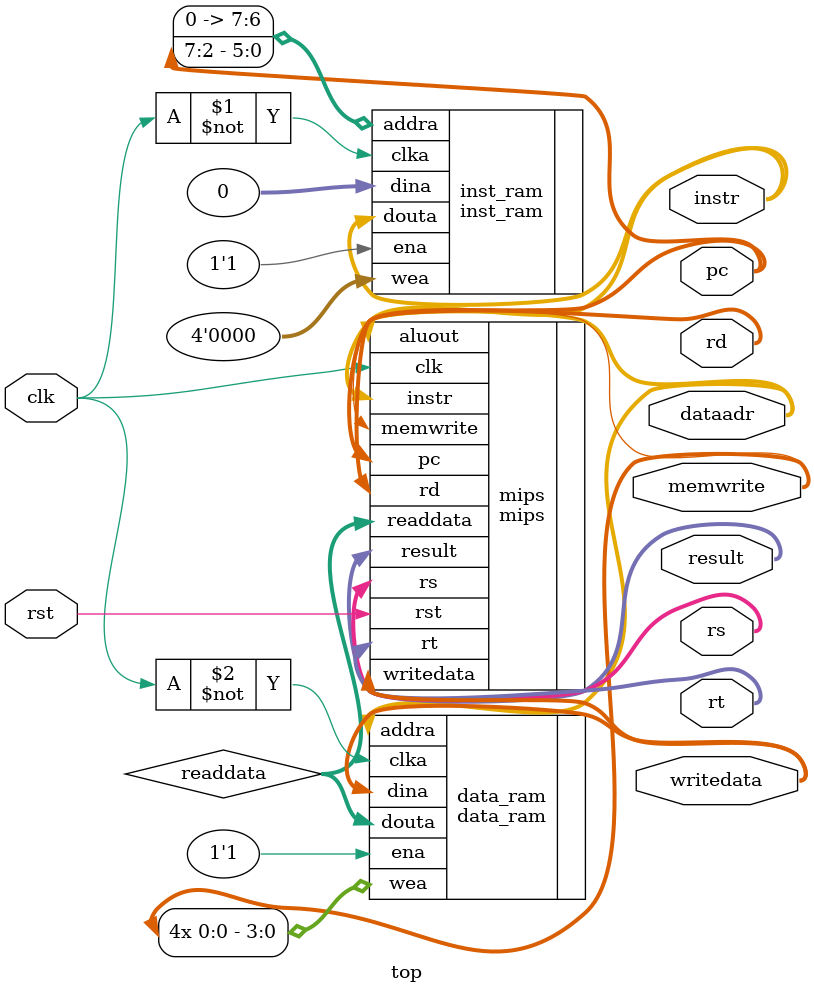
<source format=v>
`timescale 1ns / 1ps


module top(
	input wire clk,rst,
    output [31:0] instr, pc, result, // for testbench
	output [4:0] rs, rt, rd,
	output wire [31:0] writedata, dataadr,
	output wire memwrite
);

	wire [31:0] pc,instr;
	wire [31:0] readdata; 

	mips mips(
		.clk(clk),
		.rst(rst),
		.instr(instr),
		.readdata(readdata),
		.memwrite(memwrite),
		.pc(pc),
		.aluout(dataadr),
		.writedata(writedata),
		.rs(rs),
		.rt(rt),
		.rd(rd),
		.result(result)
	);
	
	inst_ram inst_ram(
		.clka(~clk),
        .ena(1'b1),      // input wire ena
        .wea(4'b0000),      // input wire [3 : 0] wea
		.addra({2'b0, pc[7:2]}),
        .dina(32'b0),    // input wire [31 : 0] dina
		.douta(instr)
	);
	
	data_ram data_ram(
		.clka(~clk),
		.ena(1'b1),
		.wea({4{memwrite}}),
		.addra(dataadr),
		.dina(writedata),	 // ÒªÐ´Èë´æ´¢Æ÷ÖÐµÄÊý¾Ý
		.douta(readdata)	 // ´Ó´æ´¢Æ÷ÖÐ¶Á³öµÄÊý¾Ý
	);

endmodule

</source>
